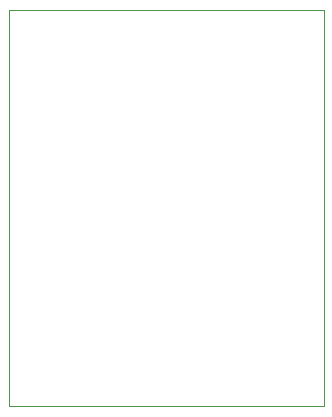
<source format=gbr>
%TF.GenerationSoftware,KiCad,Pcbnew,8.0.1*%
%TF.CreationDate,2024-04-15T14:24:42+02:00*%
%TF.ProjectId,Transmitter prototype,5472616e-736d-4697-9474-65722070726f,rev?*%
%TF.SameCoordinates,Original*%
%TF.FileFunction,Profile,NP*%
%FSLAX46Y46*%
G04 Gerber Fmt 4.6, Leading zero omitted, Abs format (unit mm)*
G04 Created by KiCad (PCBNEW 8.0.1) date 2024-04-15 14:24:42*
%MOMM*%
%LPD*%
G01*
G04 APERTURE LIST*
%TA.AperFunction,Profile*%
%ADD10C,0.100000*%
%TD*%
G04 APERTURE END LIST*
D10*
X156544100Y-69621400D02*
X183264900Y-69621400D01*
X183264900Y-103174800D01*
X156544100Y-103174800D01*
X156544100Y-69621400D01*
M02*

</source>
